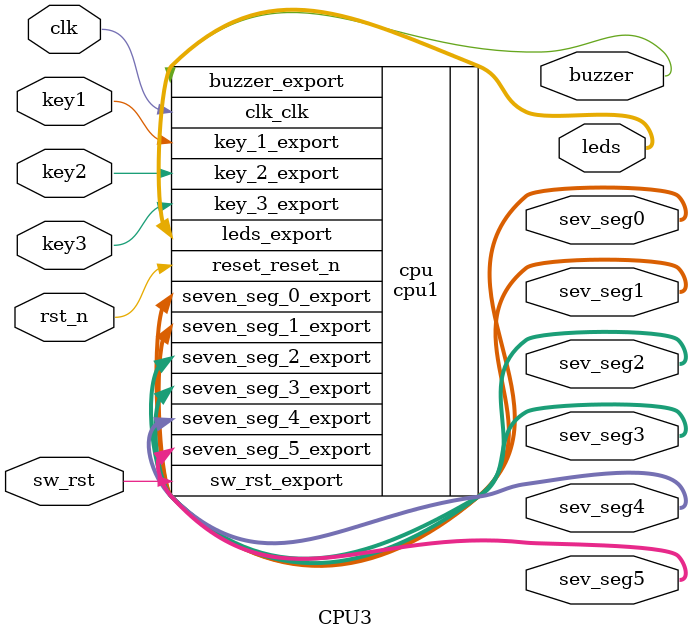
<source format=sv>
module CPU3 (
		input  logic       clk,
								 rst_n,
		input  logic       key1,       //       key_1.export
		input  logic       key2,       //       key_2.export
		input  logic       key3,       //       key_3.export
		output logic [9:0] leds,        //        leds.export
		output logic [6:0] sev_seg0, // seven_seg_0.export
		output logic [6:0] sev_seg1, // seven_seg_1.export
		output logic [6:0] sev_seg2, // seven_seg_2.export
		output logic [6:0] sev_seg3, // seven_seg_3.export
		output logic [6:0] sev_seg4, // seven_seg_4.export
		output logic [6:0] sev_seg5,  // seven_seg_5.export
		output logic buzzer,
		input logic sw_rst
	);

        cpu1 cpu
        (
            .clk_clk(clk),            //         clk.clk
            .key_1_export(key1),       //       key_1.export
            .key_2_export(key2),       //       key_2.export
            .key_3_export(key3),       //       key_3.export
            .leds_export(leds),        //        leds.export
            .reset_reset_n(rst_n),      //       reset.reset_n
            .seven_seg_0_export(sev_seg0),//seven_seg_0.export
            .seven_seg_1_export(sev_seg1), // seven_seg_1.export
            .seven_seg_2_export(sev_seg2), // seven_seg_2.export
            .seven_seg_3_export(sev_seg3), // seven_seg_3.export
            .seven_seg_4_export(sev_seg4), // seven_seg_4.export
            .seven_seg_5_export(sev_seg5), // seven_seg_5.export
            .buzzer_export(buzzer),
            .sw_rst_export(sw_rst)
        );
	endmodule

</source>
